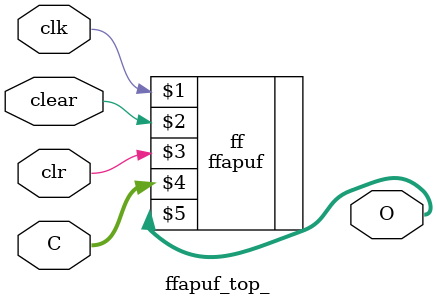
<source format=v>
`timescale 1ns / 1ps


module ffapuf_top_(
    input clk,
    input clear,
    input clr,
    input [31:0]C,
    output [31:0]O
    );
    
   ffapuf ff(clk,clear,clr,C[31:0],O[31:0]);
endmodule

</source>
